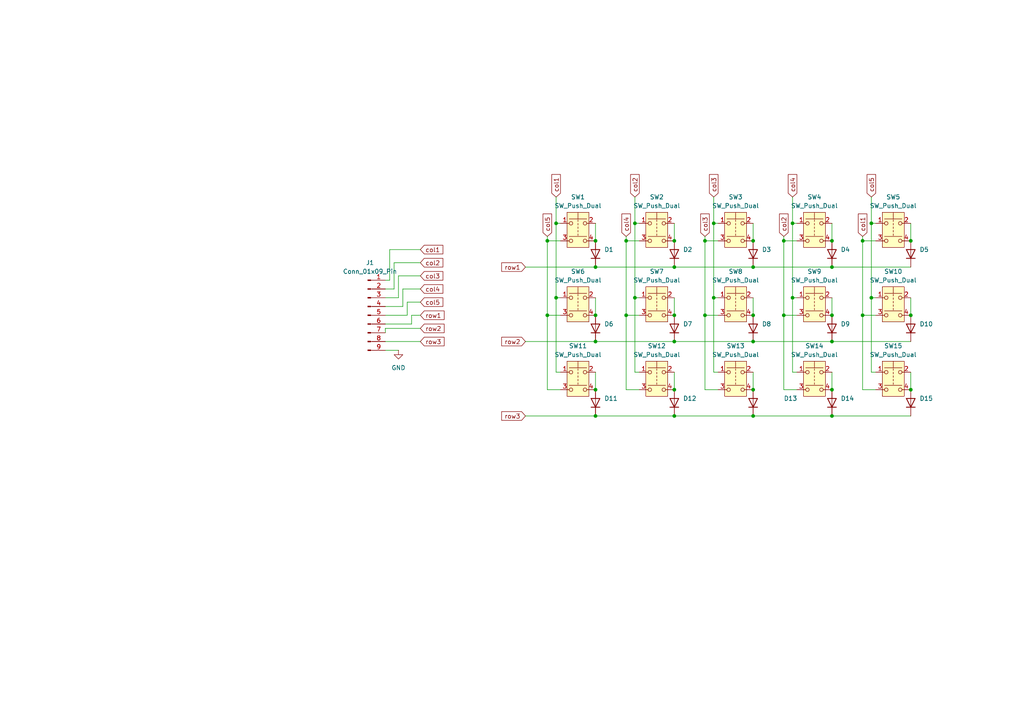
<source format=kicad_sch>
(kicad_sch (version 20250114) (generator "eeschema") (generator_version "9.0")
  (paper "A4")
  (lib_symbols
    (symbol "Connector:Conn_01x09_Pin" (pin_names (offset 1.016) (hide yes))
      (property "Reference" "J" (at 0 12.7 0))
      (property "Value" "Conn_01x09_Pin" (at 0 -12.7 0))
      (symbol "Conn_01x09_Pin_1_1"
        (rectangle (start 0.8636 10.287) (end 0 10.033) (stroke (width 0.1524)) (fill (type outline)))
        (rectangle (start 0.8636 7.747) (end 0 7.493) (stroke (width 0.1524)) (fill (type outline)))
        (rectangle (start 0.8636 5.207) (end 0 4.953) (stroke (width 0.1524)) (fill (type outline)))
        (rectangle (start 0.8636 2.667) (end 0 2.413) (stroke (width 0.1524)) (fill (type outline)))
        (rectangle (start 0.8636 0.127) (end 0 -0.127) (stroke (width 0.1524)) (fill (type outline)))
        (rectangle (start 0.8636 -2.413) (end 0 -2.667) (stroke (width 0.1524)) (fill (type outline)))
        (rectangle (start 0.8636 -4.953) (end 0 -5.207) (stroke (width 0.1524)) (fill (type outline)))
        (rectangle (start 0.8636 -7.493) (end 0 -7.747) (stroke (width 0.1524)) (fill (type outline)))
        (rectangle (start 0.8636 -10.033) (end 0 -10.287) (stroke (width 0.1524)) (fill (type outline)))
        (polyline (pts (xy 1.27 10.16) (xy 0.8636 10.16)) (stroke (width 0.1524)))
        (polyline (pts (xy 1.27 7.62) (xy 0.8636 7.62)) (stroke (width 0.1524)))
        (polyline (pts (xy 1.27 5.08) (xy 0.8636 5.08)) (stroke (width 0.1524)))
        (polyline (pts (xy 1.27 2.54) (xy 0.8636 2.54)) (stroke (width 0.1524)))
        (polyline (pts (xy 1.27 0) (xy 0.8636 0)) (stroke (width 0.1524)))
        (polyline (pts (xy 1.27 -2.54) (xy 0.8636 -2.54)) (stroke (width 0.1524)))
        (polyline (pts (xy 1.27 -5.08) (xy 0.8636 -5.08)) (stroke (width 0.1524)))
        (polyline (pts (xy 1.27 -7.62) (xy 0.8636 -7.62)) (stroke (width 0.1524)))
        (polyline (pts (xy 1.27 -10.16) (xy 0.8636 -10.16)) (stroke (width 0.1524)))
        (pin passive line (at 5.08 10.16 180) (length 3.81) (name "Pin_1") (number "1"))
        (pin passive line (at 5.08 7.62 180) (length 3.81) (name "Pin_2") (number "2"))
        (pin passive line (at 5.08 5.08 180) (length 3.81) (name "Pin_3") (number "3"))
        (pin passive line (at 5.08 2.54 180) (length 3.81) (name "Pin_4") (number "4"))
        (pin passive line (at 5.08 0 180) (length 3.81) (name "Pin_5") (number "5"))
        (pin passive line (at 5.08 -2.54 180) (length 3.81) (name "Pin_6") (number "6"))
        (pin passive line (at 5.08 -5.08 180) (length 3.81) (name "Pin_7") (number "7"))
        (pin passive line (at 5.08 -7.62 180) (length 3.81) (name "Pin_8") (number "8"))
        (pin passive line (at 5.08 -10.16 180) (length 3.81) (name "Pin_9") (number "9"))
      )
    )
    (symbol "Diode:1N4148" (pin_numbers (hide yes)) (pin_names (hide yes))
      (property "Reference" "D" (at 0 2.54 0))
      (property "Value" "1N4148" (at 0 -2.54 0))
      (symbol "1N4148_0_1"
        (polyline (pts (xy -1.27 1.27) (xy -1.27 -1.27)) (stroke (width 0.254)))
        (polyline (pts (xy 1.27 1.27) (xy 1.27 -1.27) (xy -1.27 0) (xy 1.27 1.27)) (stroke (width 0.254)))
        (polyline (pts (xy 1.27 0) (xy -1.27 0)))
      )
      (symbol "1N4148_1_1"
        (pin passive line (at -3.81 0 0) (length 2.54) (name "K") (number "1"))
        (pin passive line (at 3.81 0 180) (length 2.54) (name "A") (number "2"))
      )
    )
    (symbol "Switch:SW_Push_Dual" (pin_names (offset 1.016) (hide yes))
      (property "Reference" "SW" (at 0 7.62 0))
      (property "Value" "SW_Push_Dual" (at 0 -6.35 0))
      (symbol "SW_Push_Dual_0_1"
        (circle (center -2.032 2.54) (radius 0.508))
        (circle (center -2.032 -2.54) (radius 0.508))
        (polyline (pts (xy 0 3.81) (xy 0 5.588)))
        (polyline (pts (xy 0 3.048) (xy 0 3.556)))
        (polyline (pts (xy 0 2.032) (xy 0 2.54)))
        (polyline (pts (xy 0 1.016) (xy 0 1.524)))
        (polyline (pts (xy 0 0.508) (xy 0 0)))
        (polyline (pts (xy 0 -0.508) (xy 0 -1.016)))
        (circle (center 2.032 2.54) (radius 0.508))
        (circle (center 2.032 -2.54) (radius 0.508))
        (polyline (pts (xy 2.54 3.81) (xy -2.54 3.81)))
        (polyline (pts (xy 2.54 -1.27) (xy -2.54 -1.27)))
        (pin passive line (at -5.08 2.54 0) (length 2.54) (name "1") (number "1"))
        (pin passive line (at -5.08 -2.54 0) (length 2.54) (name "3") (number "3"))
        (pin passive line (at 5.08 2.54 180) (length 2.54) (name "2") (number "2"))
        (pin passive line (at 5.08 -2.54 180) (length 2.54) (name "4") (number "4"))
      )
      (symbol "SW_Push_Dual_1_1"
        (rectangle (start -3.175 5.715) (end 3.175 -4.445) (fill (type background)))
      )
    )
    (symbol "power:GND" (power) (pin_numbers (hide yes)) (pin_names (offset 0) (hide yes))
      (property "Value" "GND" (at 0 -3.81 0))
      (symbol "GND_0_1"
        (polyline (pts (xy 0 0) (xy 0 -1.27) (xy 1.27 -1.27) (xy 0 -2.54) (xy -1.27 -1.27) (xy 0 -1.27)))
      )
      (symbol "GND_1_1"
        (pin power_in line (at 0 0 270) (length 0) (name "~") (number "1"))
      )
    )
  )
  (junction (at 184.15 86.36))
  (junction (at 172.72 69.85))
  (junction (at 250.19 69.85))
  (junction (at 158.75 69.85))
  (junction (at 218.44 77.47))
  (junction (at 229.87 64.77))
  (junction (at 218.44 113.03))
  (junction (at 227.33 69.85))
  (junction (at 218.44 99.06))
  (junction (at 241.3 99.06))
  (junction (at 172.72 91.44))
  (junction (at 195.58 120.65))
  (junction (at 172.72 120.65))
  (junction (at 158.75 91.44))
  (junction (at 195.58 77.47))
  (junction (at 195.58 91.44))
  (junction (at 252.73 64.77))
  (junction (at 218.44 91.44))
  (junction (at 172.72 113.03))
  (junction (at 207.01 64.77))
  (junction (at 207.01 86.36))
  (junction (at 172.72 77.47))
  (junction (at 181.61 91.44))
  (junction (at 204.47 91.44))
  (junction (at 161.29 64.77))
  (junction (at 218.44 120.65))
  (junction (at 184.15 64.77))
  (junction (at 264.16 91.44))
  (junction (at 250.19 91.44))
  (junction (at 227.33 91.44))
  (junction (at 195.58 69.85))
  (junction (at 161.29 86.36))
  (junction (at 252.73 86.36))
  (junction (at 218.44 69.85))
  (junction (at 181.61 69.85))
  (junction (at 241.3 113.03))
  (junction (at 264.16 113.03))
  (junction (at 241.3 91.44))
  (junction (at 204.47 69.85))
  (junction (at 264.16 69.85))
  (junction (at 241.3 69.85))
  (junction (at 195.58 99.06))
  (junction (at 241.3 120.65))
  (junction (at 229.87 86.36))
  (junction (at 195.58 113.03))
  (junction (at 172.72 99.06))
  (junction (at 241.3 77.47))
  (wire (pts (xy 161.29 57.15) (xy 161.29 64.77)))
  (wire (pts (xy 241.3 86.36) (xy 241.3 91.44)))
  (wire (pts (xy 207.01 107.95) (xy 207.01 86.36)))
  (wire (pts (xy 162.56 91.44) (xy 158.75 91.44)))
  (wire (pts (xy 185.42 64.77) (xy 184.15 64.77)))
  (wire (pts (xy 152.4 77.47) (xy 172.72 77.47)))
  (wire (pts (xy 115.57 80.01) (xy 115.57 86.36)))
  (wire (pts (xy 231.14 91.44) (xy 227.33 91.44)))
  (wire (pts (xy 121.92 72.39) (xy 113.03 72.39)))
  (wire (pts (xy 208.28 107.95) (xy 207.01 107.95)))
  (wire (pts (xy 181.61 91.44) (xy 181.61 69.85)))
  (wire (pts (xy 181.61 113.03) (xy 181.61 91.44)))
  (wire (pts (xy 195.58 77.47) (xy 218.44 77.47)))
  (wire (pts (xy 185.42 113.03) (xy 181.61 113.03)))
  (wire (pts (xy 218.44 107.95) (xy 218.44 113.03)))
  (wire (pts (xy 121.92 83.82) (xy 116.84 83.82)))
  (wire (pts (xy 229.87 86.36) (xy 229.87 64.77)))
  (wire (pts (xy 250.19 91.44) (xy 250.19 69.85)))
  (wire (pts (xy 254 113.03) (xy 250.19 113.03)))
  (wire (pts (xy 184.15 86.36) (xy 184.15 107.95)))
  (wire (pts (xy 231.14 107.95) (xy 229.87 107.95)))
  (wire (pts (xy 208.28 86.36) (xy 207.01 86.36)))
  (wire (pts (xy 184.15 64.77) (xy 184.15 86.36)))
  (wire (pts (xy 119.38 93.98) (xy 111.76 93.98)))
  (wire (pts (xy 254 86.36) (xy 252.73 86.36)))
  (wire (pts (xy 195.58 99.06) (xy 218.44 99.06)))
  (wire (pts (xy 264.16 86.36) (xy 264.16 91.44)))
  (wire (pts (xy 185.42 86.36) (xy 184.15 86.36)))
  (wire (pts (xy 227.33 113.03) (xy 227.33 91.44)))
  (wire (pts (xy 162.56 113.03) (xy 158.75 113.03)))
  (wire (pts (xy 229.87 64.77) (xy 229.87 57.15)))
  (wire (pts (xy 195.58 120.65) (xy 218.44 120.65)))
  (wire (pts (xy 227.33 69.85) (xy 227.33 68.58)))
  (wire (pts (xy 172.72 99.06) (xy 195.58 99.06)))
  (wire (pts (xy 113.03 81.28) (xy 111.76 81.28)))
  (wire (pts (xy 241.3 77.47) (xy 264.16 77.47)))
  (wire (pts (xy 172.72 64.77) (xy 172.72 69.85)))
  (wire (pts (xy 162.56 107.95) (xy 161.29 107.95)))
  (wire (pts (xy 254 69.85) (xy 250.19 69.85)))
  (wire (pts (xy 254 107.95) (xy 252.73 107.95)))
  (wire (pts (xy 152.4 120.65) (xy 172.72 120.65)))
  (wire (pts (xy 204.47 91.44) (xy 204.47 69.85)))
  (wire (pts (xy 208.28 64.77) (xy 207.01 64.77)))
  (wire (pts (xy 204.47 113.03) (xy 204.47 91.44)))
  (wire (pts (xy 218.44 120.65) (xy 241.3 120.65)))
  (wire (pts (xy 252.73 107.95) (xy 252.73 86.36)))
  (wire (pts (xy 172.72 77.47) (xy 195.58 77.47)))
  (wire (pts (xy 119.38 91.44) (xy 119.38 93.98)))
  (wire (pts (xy 231.14 86.36) (xy 229.87 86.36)))
  (wire (pts (xy 161.29 64.77) (xy 162.56 64.77)))
  (wire (pts (xy 158.75 68.58) (xy 158.75 69.85)))
  (wire (pts (xy 111.76 95.25) (xy 111.76 96.52)))
  (wire (pts (xy 118.11 87.63) (xy 118.11 91.44)))
  (wire (pts (xy 185.42 91.44) (xy 181.61 91.44)))
  (wire (pts (xy 184.15 64.77) (xy 184.15 57.15)))
  (wire (pts (xy 121.92 80.01) (xy 115.57 80.01)))
  (wire (pts (xy 158.75 69.85) (xy 162.56 69.85)))
  (wire (pts (xy 111.76 101.6) (xy 115.57 101.6)))
  (wire (pts (xy 185.42 107.95) (xy 184.15 107.95)))
  (wire (pts (xy 252.73 64.77) (xy 252.73 86.36)))
  (wire (pts (xy 241.3 120.65) (xy 264.16 120.65)))
  (wire (pts (xy 218.44 99.06) (xy 241.3 99.06)))
  (wire (pts (xy 114.3 83.82) (xy 111.76 83.82)))
  (wire (pts (xy 208.28 69.85) (xy 204.47 69.85)))
  (wire (pts (xy 207.01 64.77) (xy 207.01 57.15)))
  (wire (pts (xy 111.76 99.06) (xy 121.92 99.06)))
  (wire (pts (xy 218.44 64.77) (xy 218.44 69.85)))
  (wire (pts (xy 172.72 86.36) (xy 172.72 91.44)))
  (wire (pts (xy 158.75 91.44) (xy 158.75 69.85)))
  (wire (pts (xy 264.16 107.95) (xy 264.16 113.03)))
  (wire (pts (xy 172.72 120.65) (xy 195.58 120.65)))
  (wire (pts (xy 204.47 69.85) (xy 204.47 68.58)))
  (wire (pts (xy 195.58 86.36) (xy 195.58 91.44)))
  (wire (pts (xy 254 91.44) (xy 250.19 91.44)))
  (wire (pts (xy 250.19 113.03) (xy 250.19 91.44)))
  (wire (pts (xy 116.84 83.82) (xy 116.84 88.9)))
  (wire (pts (xy 121.92 91.44) (xy 119.38 91.44)))
  (wire (pts (xy 264.16 64.77) (xy 264.16 69.85)))
  (wire (pts (xy 208.28 91.44) (xy 204.47 91.44)))
  (wire (pts (xy 229.87 107.95) (xy 229.87 86.36)))
  (wire (pts (xy 241.3 99.06) (xy 264.16 99.06)))
  (wire (pts (xy 172.72 107.95) (xy 172.72 113.03)))
  (wire (pts (xy 185.42 69.85) (xy 181.61 69.85)))
  (wire (pts (xy 121.92 95.25) (xy 111.76 95.25)))
  (wire (pts (xy 227.33 91.44) (xy 227.33 69.85)))
  (wire (pts (xy 158.75 113.03) (xy 158.75 91.44)))
  (wire (pts (xy 161.29 64.77) (xy 161.29 86.36)))
  (wire (pts (xy 181.61 69.85) (xy 181.61 68.58)))
  (wire (pts (xy 195.58 64.77) (xy 195.58 69.85)))
  (wire (pts (xy 208.28 113.03) (xy 204.47 113.03)))
  (wire (pts (xy 250.19 69.85) (xy 250.19 68.58)))
  (wire (pts (xy 121.92 87.63) (xy 118.11 87.63)))
  (wire (pts (xy 252.73 64.77) (xy 252.73 57.15)))
  (wire (pts (xy 115.57 86.36) (xy 111.76 86.36)))
  (wire (pts (xy 114.3 76.2) (xy 114.3 83.82)))
  (wire (pts (xy 218.44 77.47) (xy 241.3 77.47)))
  (wire (pts (xy 231.14 113.03) (xy 227.33 113.03)))
  (wire (pts (xy 162.56 86.36) (xy 161.29 86.36)))
  (wire (pts (xy 116.84 88.9) (xy 111.76 88.9)))
  (wire (pts (xy 241.3 107.95) (xy 241.3 113.03)))
  (wire (pts (xy 231.14 64.77) (xy 229.87 64.77)))
  (wire (pts (xy 254 64.77) (xy 252.73 64.77)))
  (wire (pts (xy 195.58 107.95) (xy 195.58 113.03)))
  (wire (pts (xy 207.01 86.36) (xy 207.01 64.77)))
  (wire (pts (xy 218.44 86.36) (xy 218.44 91.44)))
  (wire (pts (xy 241.3 64.77) (xy 241.3 69.85)))
  (wire (pts (xy 118.11 91.44) (xy 111.76 91.44)))
  (wire (pts (xy 152.4 99.06) (xy 172.72 99.06)))
  (wire (pts (xy 231.14 69.85) (xy 227.33 69.85)))
  (wire (pts (xy 121.92 76.2) (xy 114.3 76.2)))
  (wire (pts (xy 161.29 86.36) (xy 161.29 107.95)))
  (wire (pts (xy 113.03 72.39) (xy 113.03 81.28)))
  (global_label "col5" (shape input) (at 158.75 68.58 90) (property "Intersheetrefs" "${INTERSHEET_REFS}" (effects (hide yes))))
  (global_label "col5" (shape input) (at 252.73 57.15 90) (property "Intersheetrefs" "${INTERSHEET_REFS}" (effects (hide yes))))
  (global_label "col1" (shape input) (at 250.19 68.58 90) (property "Intersheetrefs" "${INTERSHEET_REFS}" (effects (hide yes))))
  (global_label "col4" (shape input) (at 229.87 57.15 90) (property "Intersheetrefs" "${INTERSHEET_REFS}" (effects (hide yes))))
  (global_label "row2" (shape input) (at 121.92 95.25 0) (property "Intersheetrefs" "${INTERSHEET_REFS}" (effects (hide yes))))
  (global_label "col2" (shape input) (at 121.92 76.2 0) (property "Intersheetrefs" "${INTERSHEET_REFS}" (effects (hide yes))))
  (global_label "col1" (shape input) (at 161.29 57.15 90) (property "Intersheetrefs" "${INTERSHEET_REFS}" (effects (hide yes))))
  (global_label "col4" (shape input) (at 121.92 83.82 0) (property "Intersheetrefs" "${INTERSHEET_REFS}" (effects (hide yes))))
  (global_label "row3" (shape input) (at 152.4 120.65 180) (property "Intersheetrefs" "${INTERSHEET_REFS}" (effects (hide yes))))
  (global_label "col3" (shape input) (at 121.92 80.01 0) (property "Intersheetrefs" "${INTERSHEET_REFS}" (effects (hide yes))))
  (global_label "col2" (shape input) (at 184.15 57.15 90) (property "Intersheetrefs" "${INTERSHEET_REFS}" (effects (hide yes))))
  (global_label "col4" (shape input) (at 181.61 68.58 90) (property "Intersheetrefs" "${INTERSHEET_REFS}" (effects (hide yes))))
  (global_label "row2" (shape input) (at 152.4 99.06 180) (property "Intersheetrefs" "${INTERSHEET_REFS}" (effects (hide yes))))
  (global_label "col2" (shape input) (at 227.33 68.58 90) (property "Intersheetrefs" "${INTERSHEET_REFS}" (effects (hide yes))))
  (global_label "col3" (shape input) (at 207.01 57.15 90) (property "Intersheetrefs" "${INTERSHEET_REFS}" (effects (hide yes))))
  (global_label "row3" (shape input) (at 121.92 99.06 0) (property "Intersheetrefs" "${INTERSHEET_REFS}" (effects (hide yes))))
  (global_label "col5" (shape input) (at 121.92 87.63 0) (property "Intersheetrefs" "${INTERSHEET_REFS}" (effects (hide yes))))
  (global_label "col1" (shape input) (at 121.92 72.39 0) (property "Intersheetrefs" "${INTERSHEET_REFS}" (effects (hide yes))))
  (global_label "row1" (shape input) (at 152.4 77.47 180) (property "Intersheetrefs" "${INTERSHEET_REFS}" (effects (hide yes))))
  (global_label "col3" (shape input) (at 204.47 68.58 90) (property "Intersheetrefs" "${INTERSHEET_REFS}" (effects (hide yes))))
  (global_label "row1" (shape input) (at 121.92 91.44 0) (property "Intersheetrefs" "${INTERSHEET_REFS}" (effects (hide yes))))
  (symbol (lib_id "Diode:1N4148") (at 241.3 73.66 90) (unit 1)
    (property "Reference" "D4" (at 243.84 72.3899 90) (effects (justify right)))
    (property "Value" "1N4148" (effects (hide yes)))
    (property "Footprint" "TestingSplitKb:D_DO-35_SOD27_P7.62mm_Horizontal_BothSides" (effects (hide yes)))
    (property "Datasheet" "https://assets.nexperia.com/documents/data-sheet/1N4148_1N4448.pdf" (effects (hide yes)))
    (property "Description" "100V 0.15A standard switching diode, DO-35" (effects (hide yes)))
    (property "Sim.Device" "D" (effects (hide yes)))
    (property "Sim.Pins" "1=K 2=A" (effects (hide yes)))
  )
  (symbol (lib_id "Diode:1N4148") (at 195.58 116.84 90) (unit 1)
    (property "Reference" "D12" (at 198.12 115.5699 90) (effects (justify right)))
    (property "Value" "1N4148" (effects (hide yes)))
    (property "Footprint" "TestingSplitKb:D_DO-35_SOD27_P7.62mm_Horizontal_BothSides" (effects (hide yes)))
    (property "Datasheet" "https://assets.nexperia.com/documents/data-sheet/1N4148_1N4448.pdf" (effects (hide yes)))
    (property "Description" "100V 0.15A standard switching diode, DO-35" (effects (hide yes)))
    (property "Sim.Device" "D" (effects (hide yes)))
    (property "Sim.Pins" "1=K 2=A" (effects (hide yes)))
  )
  (symbol (lib_id "Diode:1N4148") (at 241.3 95.25 90) (unit 1)
    (property "Reference" "D9" (at 243.84 93.9799 90) (effects (justify right)))
    (property "Value" "1N4148" (effects (hide yes)))
    (property "Footprint" "TestingSplitKb:D_DO-35_SOD27_P7.62mm_Horizontal_BothSides" (effects (hide yes)))
    (property "Datasheet" "https://assets.nexperia.com/documents/data-sheet/1N4148_1N4448.pdf" (effects (hide yes)))
    (property "Description" "100V 0.15A standard switching diode, DO-35" (effects (hide yes)))
    (property "Sim.Device" "D" (effects (hide yes)))
    (property "Sim.Pins" "1=K 2=A" (effects (hide yes)))
  )
  (symbol (lib_id "Diode:1N4148") (at 195.58 73.66 90) (unit 1)
    (property "Reference" "D2" (at 198.12 72.3899 90) (effects (justify right)))
    (property "Value" "1N4148" (effects (hide yes)))
    (property "Footprint" "TestingSplitKb:D_DO-35_SOD27_P7.62mm_Horizontal_BothSides" (effects (hide yes)))
    (property "Datasheet" "https://assets.nexperia.com/documents/data-sheet/1N4148_1N4448.pdf" (effects (hide yes)))
    (property "Description" "100V 0.15A standard switching diode, DO-35" (effects (hide yes)))
    (property "Sim.Device" "D" (effects (hide yes)))
    (property "Sim.Pins" "1=K 2=A" (effects (hide yes)))
  )
  (symbol (lib_id "Connector:Conn_01x09_Pin") (at 106.68 91.44 0) (unit 1)
    (property "Reference" "J1" (at 107.315 76.2 0))
    (property "Value" "Conn_01x09_Pin" (at 107.315 78.74 0))
    (property "Footprint" "Connector_PinHeader_2.54mm:PinHeader_1x09_P2.54mm_Vertical" (effects (hide yes)))
    (property "Description" "Generic connector, single row, 01x09, script generated" (effects (hide yes)))
  )
  (symbol (lib_id "Switch:SW_Push_Dual") (at 259.08 110.49 0) (unit 1)
    (property "Reference" "SW15" (at 259.08 100.33 0))
    (property "Value" "SW_Push_Dual" (at 259.08 102.87 0))
    (property "Footprint" "TestingSplitKb:Kailh_socket_MX_reversible" (effects (hide yes)))
    (property "Description" "Push button switch, generic, symbol, four pins" (effects (hide yes)))
  )
  (symbol (lib_id "Switch:SW_Push_Dual") (at 167.64 67.31 0) (unit 1)
    (property "Reference" "SW1" (at 167.64 57.15 0))
    (property "Value" "SW_Push_Dual" (at 167.64 59.69 0))
    (property "Footprint" "TestingSplitKb:Kailh_socket_MX_reversible" (effects (hide yes)))
    (property "Description" "Push button switch, generic, symbol, four pins" (effects (hide yes)))
  )
  (symbol (lib_id "Diode:1N4148") (at 218.44 116.84 90) (unit 1)
    (property "Reference" "D13" (at 227.33 115.5699 90) (effects (justify right)))
    (property "Value" "1N4148" (effects (hide yes)))
    (property "Footprint" "TestingSplitKb:D_DO-35_SOD27_P7.62mm_Horizontal_BothSides" (effects (hide yes)))
    (property "Datasheet" "https://assets.nexperia.com/documents/data-sheet/1N4148_1N4448.pdf" (effects (hide yes)))
    (property "Description" "100V 0.15A standard switching diode, DO-35" (effects (hide yes)))
    (property "Sim.Device" "D" (effects (hide yes)))
    (property "Sim.Pins" "1=K 2=A" (effects (hide yes)))
  )
  (symbol (lib_id "Switch:SW_Push_Dual") (at 259.08 67.31 0) (unit 1)
    (property "Reference" "SW5" (at 259.08 57.15 0))
    (property "Value" "SW_Push_Dual" (at 259.08 59.69 0))
    (property "Footprint" "TestingSplitKb:Kailh_socket_MX_reversible" (effects (hide yes)))
    (property "Description" "Push button switch, generic, symbol, four pins" (effects (hide yes)))
  )
  (symbol (lib_id "Diode:1N4148") (at 218.44 95.25 90) (unit 1)
    (property "Reference" "D8" (at 220.98 93.9799 90) (effects (justify right)))
    (property "Value" "1N4148" (effects (hide yes)))
    (property "Footprint" "TestingSplitKb:D_DO-35_SOD27_P7.62mm_Horizontal_BothSides" (effects (hide yes)))
    (property "Datasheet" "https://assets.nexperia.com/documents/data-sheet/1N4148_1N4448.pdf" (effects (hide yes)))
    (property "Description" "100V 0.15A standard switching diode, DO-35" (effects (hide yes)))
    (property "Sim.Device" "D" (effects (hide yes)))
    (property "Sim.Pins" "1=K 2=A" (effects (hide yes)))
  )
  (symbol (lib_id "Diode:1N4148") (at 195.58 95.25 90) (unit 1)
    (property "Reference" "D7" (at 198.12 93.9799 90) (effects (justify right)))
    (property "Value" "1N4148" (effects (hide yes)))
    (property "Footprint" "TestingSplitKb:D_DO-35_SOD27_P7.62mm_Horizontal_BothSides" (effects (hide yes)))
    (property "Datasheet" "https://assets.nexperia.com/documents/data-sheet/1N4148_1N4448.pdf" (effects (hide yes)))
    (property "Description" "100V 0.15A standard switching diode, DO-35" (effects (hide yes)))
    (property "Sim.Device" "D" (effects (hide yes)))
    (property "Sim.Pins" "1=K 2=A" (effects (hide yes)))
  )
  (symbol (lib_id "Switch:SW_Push_Dual") (at 213.36 88.9 0) (unit 1)
    (property "Reference" "SW8" (at 213.36 78.74 0))
    (property "Value" "SW_Push_Dual" (at 213.36 81.28 0))
    (property "Footprint" "TestingSplitKb:Kailh_socket_MX_reversible" (effects (hide yes)))
    (property "Description" "Push button switch, generic, symbol, four pins" (effects (hide yes)))
  )
  (symbol (lib_id "Diode:1N4148") (at 264.16 116.84 90) (unit 1)
    (property "Reference" "D15" (at 266.7 115.5699 90) (effects (justify right)))
    (property "Value" "1N4148" (effects (hide yes)))
    (property "Footprint" "TestingSplitKb:D_DO-35_SOD27_P7.62mm_Horizontal_BothSides" (effects (hide yes)))
    (property "Datasheet" "https://assets.nexperia.com/documents/data-sheet/1N4148_1N4448.pdf" (effects (hide yes)))
    (property "Description" "100V 0.15A standard switching diode, DO-35" (effects (hide yes)))
    (property "Sim.Device" "D" (effects (hide yes)))
    (property "Sim.Pins" "1=K 2=A" (effects (hide yes)))
  )
  (symbol (lib_id "Diode:1N4148") (at 172.72 95.25 90) (unit 1)
    (property "Reference" "D6" (at 175.26 93.9799 90) (effects (justify right)))
    (property "Value" "1N4148" (effects (hide yes)))
    (property "Footprint" "TestingSplitKb:D_DO-35_SOD27_P7.62mm_Horizontal_BothSides" (effects (hide yes)))
    (property "Datasheet" "https://assets.nexperia.com/documents/data-sheet/1N4148_1N4448.pdf" (effects (hide yes)))
    (property "Description" "100V 0.15A standard switching diode, DO-35" (effects (hide yes)))
    (property "Sim.Device" "D" (effects (hide yes)))
    (property "Sim.Pins" "1=K 2=A" (effects (hide yes)))
  )
  (symbol (lib_id "Switch:SW_Push_Dual") (at 213.36 110.49 0) (unit 1)
    (property "Reference" "SW13" (at 213.36 100.33 0))
    (property "Value" "SW_Push_Dual" (at 213.36 102.87 0))
    (property "Footprint" "TestingSplitKb:Kailh_socket_MX_reversible" (effects (hide yes)))
    (property "Description" "Push button switch, generic, symbol, four pins" (effects (hide yes)))
  )
  (symbol (lib_id "Switch:SW_Push_Dual") (at 236.22 88.9 0) (unit 1)
    (property "Reference" "SW9" (at 236.22 78.74 0))
    (property "Value" "SW_Push_Dual" (at 236.22 81.28 0))
    (property "Footprint" "TestingSplitKb:Kailh_socket_MX_reversible" (effects (hide yes)))
    (property "Description" "Push button switch, generic, symbol, four pins" (effects (hide yes)))
  )
  (symbol (lib_id "Switch:SW_Push_Dual") (at 167.64 88.9 0) (unit 1)
    (property "Reference" "SW6" (at 167.64 78.74 0))
    (property "Value" "SW_Push_Dual" (at 167.64 81.28 0))
    (property "Footprint" "TestingSplitKb:Kailh_socket_MX_reversible" (effects (hide yes)))
    (property "Description" "Push button switch, generic, symbol, four pins" (effects (hide yes)))
  )
  (symbol (lib_id "Diode:1N4148") (at 264.16 73.66 90) (unit 1)
    (property "Reference" "D5" (at 266.7 72.3899 90) (effects (justify right)))
    (property "Value" "1N4148" (effects (hide yes)))
    (property "Footprint" "TestingSplitKb:D_DO-35_SOD27_P7.62mm_Horizontal_BothSides" (effects (hide yes)))
    (property "Datasheet" "https://assets.nexperia.com/documents/data-sheet/1N4148_1N4448.pdf" (effects (hide yes)))
    (property "Description" "100V 0.15A standard switching diode, DO-35" (effects (hide yes)))
    (property "Sim.Device" "D" (effects (hide yes)))
    (property "Sim.Pins" "1=K 2=A" (effects (hide yes)))
  )
  (symbol (lib_id "Switch:SW_Push_Dual") (at 190.5 88.9 0) (unit 1)
    (property "Reference" "SW7" (at 190.5 78.74 0))
    (property "Value" "SW_Push_Dual" (at 190.5 81.28 0))
    (property "Footprint" "TestingSplitKb:Kailh_socket_MX_reversible" (effects (hide yes)))
    (property "Description" "Push button switch, generic, symbol, four pins" (effects (hide yes)))
  )
  (symbol (lib_id "Diode:1N4148") (at 264.16 95.25 90) (unit 1)
    (property "Reference" "D10" (at 266.7 93.9799 90) (effects (justify right)))
    (property "Value" "1N4148" (effects (hide yes)))
    (property "Footprint" "TestingSplitKb:D_DO-35_SOD27_P7.62mm_Horizontal_BothSides" (effects (hide yes)))
    (property "Datasheet" "https://assets.nexperia.com/documents/data-sheet/1N4148_1N4448.pdf" (effects (hide yes)))
    (property "Description" "100V 0.15A standard switching diode, DO-35" (effects (hide yes)))
    (property "Sim.Device" "D" (effects (hide yes)))
    (property "Sim.Pins" "1=K 2=A" (effects (hide yes)))
  )
  (symbol (lib_id "Diode:1N4148") (at 218.44 73.66 90) (unit 1)
    (property "Reference" "D3" (at 220.98 72.3899 90) (effects (justify right)))
    (property "Value" "1N4148" (effects (hide yes)))
    (property "Footprint" "TestingSplitKb:D_DO-35_SOD27_P7.62mm_Horizontal_BothSides" (effects (hide yes)))
    (property "Datasheet" "https://assets.nexperia.com/documents/data-sheet/1N4148_1N4448.pdf" (effects (hide yes)))
    (property "Description" "100V 0.15A standard switching diode, DO-35" (effects (hide yes)))
    (property "Sim.Device" "D" (effects (hide yes)))
    (property "Sim.Pins" "1=K 2=A" (effects (hide yes)))
  )
  (symbol (lib_id "Diode:1N4148") (at 172.72 73.66 90) (unit 1)
    (property "Reference" "D1" (at 175.26 72.3899 90) (effects (justify right)))
    (property "Value" "1N4148" (effects (hide yes)))
    (property "Footprint" "TestingSplitKb:D_DO-35_SOD27_P7.62mm_Horizontal_BothSides" (effects (hide yes)))
    (property "Datasheet" "https://assets.nexperia.com/documents/data-sheet/1N4148_1N4448.pdf" (effects (hide yes)))
    (property "Description" "100V 0.15A standard switching diode, DO-35" (effects (hide yes)))
    (property "Sim.Device" "D" (effects (hide yes)))
    (property "Sim.Pins" "1=K 2=A" (effects (hide yes)))
  )
  (symbol (lib_id "Switch:SW_Push_Dual") (at 190.5 67.31 0) (unit 1)
    (property "Reference" "SW2" (at 190.5 57.15 0))
    (property "Value" "SW_Push_Dual" (at 190.5 59.69 0))
    (property "Footprint" "TestingSplitKb:Kailh_socket_MX_reversible" (effects (hide yes)))
    (property "Description" "Push button switch, generic, symbol, four pins" (effects (hide yes)))
  )
  (symbol (lib_id "power:GND") (at 115.57 101.6 0) (unit 1)
    (property "Reference" "#PWR01" (effects (hide yes)))
    (property "Value" "GND" (at 115.57 106.68 0))
    (property "Description" "Power symbol creates a global label with name \"GND\" , ground" (effects (hide yes)))
  )
  (symbol (lib_id "Switch:SW_Push_Dual") (at 236.22 67.31 0) (unit 1)
    (property "Reference" "SW4" (at 236.22 57.15 0))
    (property "Value" "SW_Push_Dual" (at 236.22 59.69 0))
    (property "Footprint" "TestingSplitKb:Kailh_socket_MX_reversible" (effects (hide yes)))
    (property "Description" "Push button switch, generic, symbol, four pins" (effects (hide yes)))
  )
  (symbol (lib_id "Diode:1N4148") (at 172.72 116.84 90) (unit 1)
    (property "Reference" "D11" (at 175.26 115.5699 90) (effects (justify right)))
    (property "Value" "1N4148" (effects (hide yes)))
    (property "Footprint" "TestingSplitKb:D_DO-35_SOD27_P7.62mm_Horizontal_BothSides" (effects (hide yes)))
    (property "Datasheet" "https://assets.nexperia.com/documents/data-sheet/1N4148_1N4448.pdf" (effects (hide yes)))
    (property "Description" "100V 0.15A standard switching diode, DO-35" (effects (hide yes)))
    (property "Sim.Device" "D" (effects (hide yes)))
    (property "Sim.Pins" "1=K 2=A" (effects (hide yes)))
  )
  (symbol (lib_id "Switch:SW_Push_Dual") (at 167.64 110.49 0) (unit 1)
    (property "Reference" "SW11" (at 167.64 100.33 0))
    (property "Value" "SW_Push_Dual" (at 167.64 102.87 0))
    (property "Footprint" "TestingSplitKb:Kailh_socket_MX_reversible" (effects (hide yes)))
    (property "Description" "Push button switch, generic, symbol, four pins" (effects (hide yes)))
  )
  (symbol (lib_id "Switch:SW_Push_Dual") (at 213.36 67.31 0) (unit 1)
    (property "Reference" "SW3" (at 213.36 57.15 0))
    (property "Value" "SW_Push_Dual" (at 213.36 59.69 0))
    (property "Footprint" "TestingSplitKb:Kailh_socket_MX_reversible" (effects (hide yes)))
    (property "Description" "Push button switch, generic, symbol, four pins" (effects (hide yes)))
  )
  (symbol (lib_id "Switch:SW_Push_Dual") (at 259.08 88.9 0) (unit 1)
    (property "Reference" "SW10" (at 259.08 78.74 0))
    (property "Value" "SW_Push_Dual" (at 259.08 81.28 0))
    (property "Footprint" "TestingSplitKb:Kailh_socket_MX_reversible" (effects (hide yes)))
    (property "Description" "Push button switch, generic, symbol, four pins" (effects (hide yes)))
  )
  (symbol (lib_id "Switch:SW_Push_Dual") (at 190.5 110.49 0) (unit 1)
    (property "Reference" "SW12" (at 190.5 100.33 0))
    (property "Value" "SW_Push_Dual" (at 190.5 102.87 0))
    (property "Footprint" "TestingSplitKb:Kailh_socket_MX_reversible" (effects (hide yes)))
    (property "Description" "Push button switch, generic, symbol, four pins" (effects (hide yes)))
  )
  (symbol (lib_id "Diode:1N4148") (at 241.3 116.84 90) (unit 1)
    (property "Reference" "D14" (at 243.84 115.5699 90) (effects (justify right)))
    (property "Value" "1N4148" (effects (hide yes)))
    (property "Footprint" "TestingSplitKb:D_DO-35_SOD27_P7.62mm_Horizontal_BothSides" (effects (hide yes)))
    (property "Datasheet" "https://assets.nexperia.com/documents/data-sheet/1N4148_1N4448.pdf" (effects (hide yes)))
    (property "Description" "100V 0.15A standard switching diode, DO-35" (effects (hide yes)))
    (property "Sim.Device" "D" (effects (hide yes)))
    (property "Sim.Pins" "1=K 2=A" (effects (hide yes)))
  )
  (symbol (lib_id "Switch:SW_Push_Dual") (at 236.22 110.49 0) (unit 1)
    (property "Reference" "SW14" (at 236.22 100.33 0))
    (property "Value" "SW_Push_Dual" (at 236.22 102.87 0))
    (property "Footprint" "TestingSplitKb:Kailh_socket_MX_reversible" (effects (hide yes)))
    (property "Description" "Push button switch, generic, symbol, four pins" (effects (hide yes)))
  )
)
</source>
